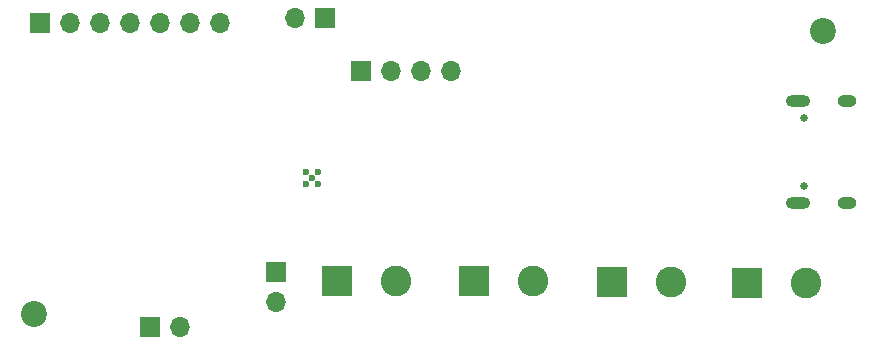
<source format=gbr>
%TF.GenerationSoftware,KiCad,Pcbnew,(5.1.9)-1*%
%TF.CreationDate,2021-11-09T18:36:26+00:00*%
%TF.ProjectId,Bluetooth_ignite_receiver,426c7565-746f-46f7-9468-5f69676e6974,rev?*%
%TF.SameCoordinates,Original*%
%TF.FileFunction,Soldermask,Bot*%
%TF.FilePolarity,Negative*%
%FSLAX46Y46*%
G04 Gerber Fmt 4.6, Leading zero omitted, Abs format (unit mm)*
G04 Created by KiCad (PCBNEW (5.1.9)-1) date 2021-11-09 18:36:26*
%MOMM*%
%LPD*%
G01*
G04 APERTURE LIST*
%ADD10C,2.200000*%
%ADD11O,1.700000X1.700000*%
%ADD12R,1.700000X1.700000*%
%ADD13C,0.650000*%
%ADD14O,1.600000X1.000000*%
%ADD15O,2.100000X1.000000*%
%ADD16C,2.600000*%
%ADD17R,2.600000X2.600000*%
%ADD18C,0.600000*%
G04 APERTURE END LIST*
D10*
%TO.C,REF\u002A\u002A*%
X146265900Y-78384400D03*
%TD*%
%TO.C,REF\u002A\u002A*%
X79476600Y-102362000D03*
%TD*%
D11*
%TO.C,J10*%
X99936300Y-101320600D03*
D12*
X99936300Y-98780600D03*
%TD*%
D11*
%TO.C,J9*%
X95224600Y-77660500D03*
X92684600Y-77660500D03*
X90144600Y-77660500D03*
X87604600Y-77660500D03*
X85064600Y-77660500D03*
X82524600Y-77660500D03*
D12*
X79984600Y-77660500D03*
%TD*%
D11*
%TO.C,J8*%
X114820700Y-81800700D03*
X112280700Y-81800700D03*
X109740700Y-81800700D03*
D12*
X107200700Y-81800700D03*
%TD*%
D13*
%TO.C,J5*%
X144651500Y-91523300D03*
X144651500Y-85743300D03*
D14*
X148331500Y-84313300D03*
X148331500Y-92953300D03*
D15*
X144151500Y-84313300D03*
X144151500Y-92953300D03*
%TD*%
D16*
%TO.C,J4*%
X121725700Y-99555300D03*
D17*
X116725700Y-99555300D03*
%TD*%
D16*
%TO.C,J3*%
X133384300Y-99593400D03*
D17*
X128384300Y-99593400D03*
%TD*%
D16*
%TO.C,J2*%
X110156000Y-99517200D03*
D17*
X105156000Y-99517200D03*
%TD*%
D16*
%TO.C,J1*%
X144852400Y-99695000D03*
D17*
X139852400Y-99695000D03*
%TD*%
D11*
%TO.C,J7*%
X101625400Y-77292200D03*
D12*
X104165400Y-77292200D03*
%TD*%
D11*
%TO.C,J6*%
X91808300Y-103416100D03*
D12*
X89268300Y-103416100D03*
%TD*%
D18*
%TO.C,U5*%
X103522400Y-91305000D03*
X102522400Y-91305000D03*
X103522400Y-90305000D03*
X102522400Y-90305000D03*
X103022400Y-90805000D03*
%TD*%
M02*

</source>
